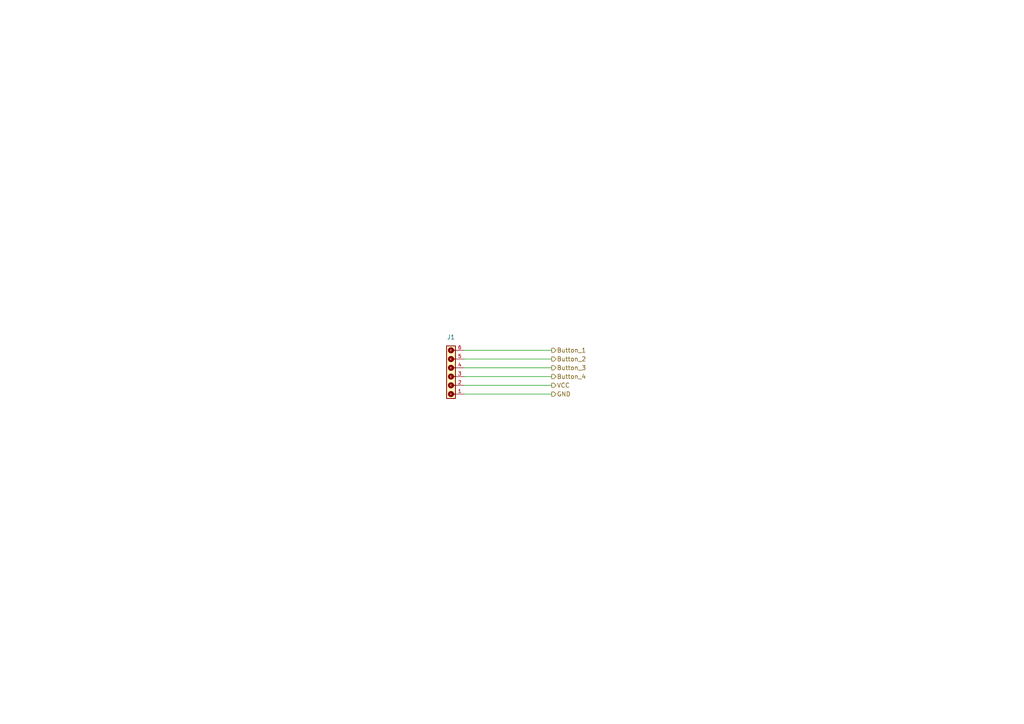
<source format=kicad_sch>
(kicad_sch (version 20231120) (generator "eeschema") (generator_version "8.0")
  (paper "A4")
  (lib_symbols
    (symbol "61900619521:61900619521" (pin_names (offset 1.016))
      (property "Reference" "J" (at -7.1 -0.955 0))
      (symbol "61900619521_0_0"
        (rectangle (start -6.35 -2.54) (end 8.89 0) (stroke (width 0.254)) (fill (type background)))
        (circle (center -5.08 -1.27) (radius 0.254) (stroke (width 0.635)))
        (circle (center -2.54 -1.27) (radius 0.254) (stroke (width 0.635)))
        (circle (center 0 -1.27) (radius 0.254) (stroke (width 0.635)))
        (polyline (pts (xy -5.08 -1.27) (xy -5.08 -2.54)) (stroke (width 0.254)))
        (polyline (pts (xy -2.54 -1.27) (xy -2.54 -2.54)) (stroke (width 0.254)))
        (polyline (pts (xy 0 -1.27) (xy 0 -2.54)) (stroke (width 0.254)))
        (polyline (pts (xy 2.54 -1.27) (xy 2.54 -2.54)) (stroke (width 0.254)))
        (polyline (pts (xy 5.08 -1.27) (xy 5.08 -2.54)) (stroke (width 0.254)))
        (polyline (pts (xy 7.62 -1.27) (xy 7.62 -2.54)) (stroke (width 0.254)))
        (circle (center 2.54 -1.27) (radius 0.254) (stroke (width 0.635)))
        (circle (center 5.08 -1.27) (radius 0.254) (stroke (width 0.635)))
        (circle (center 7.62 -1.27) (radius 0.254) (stroke (width 0.635)))
        (pin passive line (at -5.08 -5.08 90) (length 2.54) (name "~") (number "1"))
        (pin passive line (at -2.54 -5.08 90) (length 2.54) (name "~") (number "2"))
        (pin passive line (at 0 -5.08 90) (length 2.54) (name "~") (number "3"))
        (pin passive line (at 2.54 -5.08 90) (length 2.54) (name "~") (number "4"))
        (pin passive line (at 5.08 -5.08 90) (length 2.54) (name "~") (number "5"))
        (pin passive line (at 7.62 -5.08 90) (length 2.54) (name "~") (number "6"))
      )
    )
  )
  (wire (pts (xy 134.62 109.22) (xy 160.02 109.22)))
  (wire (pts (xy 134.62 106.68) (xy 160.02 106.68)))
  (wire (pts (xy 134.62 101.6) (xy 160.02 101.6)))
  (wire (pts (xy 134.62 114.3) (xy 160.02 114.3)))
  (wire (pts (xy 134.62 104.14) (xy 160.02 104.14)))
  (wire (pts (xy 134.62 111.76) (xy 160.02 111.76)))
  (hierarchical_label "Button_2" (shape output) (at 160.02 104.14 0))
  (hierarchical_label "Button_3" (shape output) (at 160.02 106.68 0))
  (hierarchical_label "GND" (shape output) (at 160.02 114.3 0))
  (hierarchical_label "Button_1" (shape output) (at 160.02 101.6 0))
  (hierarchical_label "VCC" (shape output) (at 160.02 111.76 0))
  (hierarchical_label "Button_4" (shape output) (at 160.02 109.22 0))
  (symbol (lib_id "61900619521:61900619521") (at 129.54 109.22 90) (unit 1)
    (property "Reference" "J1" (at 130.81 97.79 90))
    (property "Value" "61900619521" (effects (hide yes)))
    (property "Footprint" "Custom footprints:61900619521" (effects (hide yes)))
    (property "MF" "Würth Elektronik" (effects (hide yes)))
    (property "CONTACT-RESISTANCE" "20mOhm" (effects (hide yes)))
    (property "Description_1" "\n                        \n                            EMI Gaskets, Sheets, Absorbers & Shielding\n                        \n" (effects (hide yes)))
    (property "Package" "None" (effects (hide yes)))
    (property "GENDER" "Male" (effects (hide yes)))
    (property "MOUNT" "THT" (effects (hide yes)))
    (property "PITCH" "2.54mm" (effects (hide yes)))
    (property "Check_prices" "https://www.snapeda.com/parts/61900619521/Wurth+Elektronik/view-part/?ref=eda" (effects (hide yes)))
    (property "L" "15.24mm" (effects (hide yes)))
    (property "Price" "None" (effects (hide yes)))
    (property "PACKAGING" "Bag" (effects (hide yes)))
    (property "PART-NUMBER" "61900619521" (effects (hide yes)))
    (property "SnapEDA_Link" "https://www.snapeda.com/parts/61900619521/Wurth+Elektronik/view-part/?ref=snap" (effects (hide yes)))
    (property "DATASHEET-URL" "https://www.we-online.com/redexpert/spec/61900619521?ae" (effects (hide yes)))
    (property "MP" "61900619521" (effects (hide yes)))
    (property "WORKING-VOLTAGE" "250V(AC)" (effects (hide yes)))
    (property "PINS" "6" (effects (hide yes)))
    (property "TYPE" "Right Angled Top Locking" (effects (hide yes)))
    (property "PCB-CABLE-PANEL" "PCB" (effects (hide yes)))
    (property "Availability" "Not in stock" (effects (hide yes)))
  )
)
</source>
